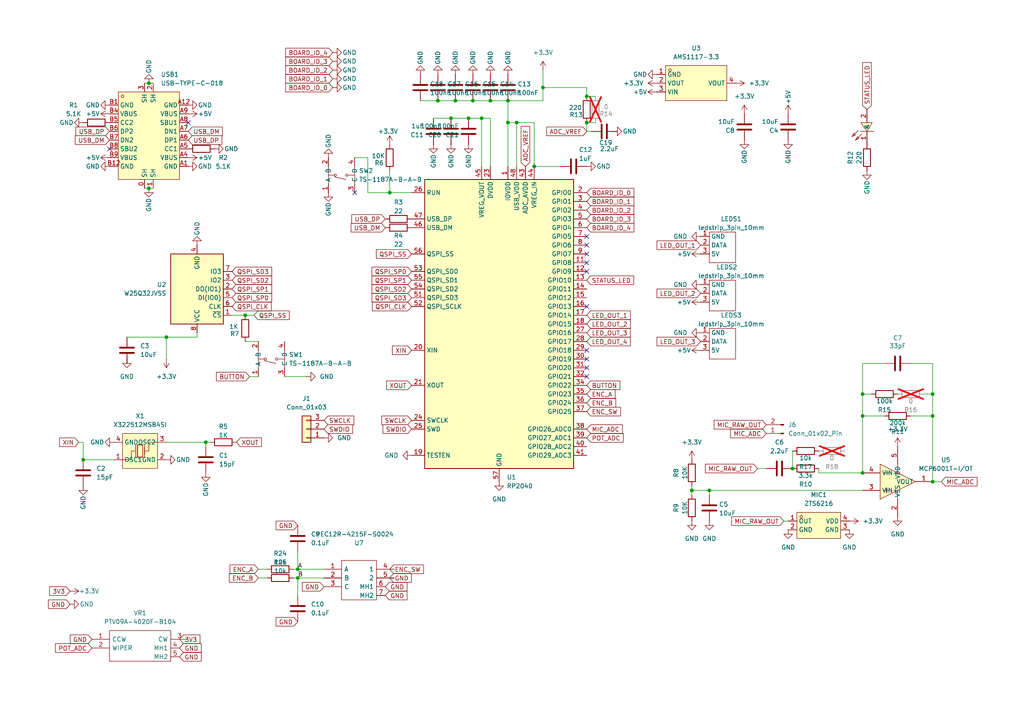
<source format=kicad_sch>
(kicad_sch (version 20231120) (generator "eeschema") (generator_version "8.0")
  (paper "A4")
  (junction (at 154.94 48.26))
  (junction (at 157.48 25.4))
  (junction (at 270.51 120.65))
  (junction (at 250.19 137.16))
  (junction (at 139.7 34.29))
  (junction (at 71.12 91.44))
  (junction (at 250.19 114.3))
  (junction (at 86.36 165.1))
  (junction (at 142.24 29.21))
  (junction (at 170.18 27.94))
  (junction (at 270.51 139.7))
  (junction (at 43.18 54.61))
  (junction (at 86.36 167.64))
  (junction (at 250.19 120.65))
  (junction (at 59.69 128.27))
  (junction (at 127 29.21))
  (junction (at 200.66 142.24))
  (junction (at 24.13 133.35))
  (junction (at 130.81 34.29))
  (junction (at 147.32 29.21))
  (junction (at 147.32 35.56))
  (junction (at 132.08 29.21))
  (junction (at 149.86 35.56))
  (junction (at 43.18 24.13))
  (junction (at 205.74 142.24))
  (junction (at 229.87 135.89))
  (junction (at 270.51 114.3))
  (junction (at 135.89 34.29))
  (junction (at 113.03 55.88))
  (junction (at 170.18 35.56))
  (junction (at 137.16 29.21))
  (junction (at 48.26 97.79))
  (no_connect (at 170.18 88.9))
  (no_connect (at 170.18 73.66))
  (no_connect (at 102.87 55.88))
  (no_connect (at 170.18 104.14))
  (no_connect (at 170.18 68.58))
  (no_connect (at 170.18 109.22))
  (no_connect (at 31.75 43.18))
  (no_connect (at 170.18 76.2))
  (no_connect (at 170.18 71.12))
  (no_connect (at 170.18 78.74))
  (no_connect (at 54.61 35.56))
  (no_connect (at 170.18 106.68))
  (no_connect (at 170.18 101.6))
  (wire (pts (xy 48.26 97.79) (xy 48.26 104.14)))
  (wire (pts (xy 170.18 35.56) (xy 170.18 38.1)))
  (wire (pts (xy 72.39 109.22) (xy 74.93 109.22)))
  (wire (pts (xy 85.09 167.64) (xy 86.36 167.64)))
  (wire (pts (xy 147.32 35.56) (xy 149.86 35.56)))
  (wire (pts (xy 74.93 99.06) (xy 71.12 99.06)))
  (wire (pts (xy 157.48 25.4) (xy 170.18 25.4)))
  (wire (pts (xy 219.71 135.89) (xy 222.25 135.89)))
  (wire (pts (xy 227.33 151.13) (xy 228.6 151.13)))
  (wire (pts (xy 41.91 54.61) (xy 43.18 54.61)))
  (wire (pts (xy 147.32 29.21) (xy 147.32 35.56)))
  (wire (pts (xy 85.09 165.1) (xy 86.36 165.1)))
  (wire (pts (xy 74.93 167.64) (xy 77.47 167.64)))
  (wire (pts (xy 41.91 24.13) (xy 43.18 24.13)))
  (wire (pts (xy 135.89 34.29) (xy 139.7 34.29)))
  (wire (pts (xy 264.16 120.65) (xy 270.51 120.65)))
  (wire (pts (xy 67.31 91.44) (xy 71.12 91.44)))
  (wire (pts (xy 149.86 35.56) (xy 149.86 48.26)))
  (wire (pts (xy 267.97 114.3) (xy 270.51 114.3)))
  (wire (pts (xy 127 29.21) (xy 132.08 29.21)))
  (wire (pts (xy 170.18 27.94) (xy 170.18 29.21)))
  (wire (pts (xy 250.19 105.41) (xy 256.54 105.41)))
  (wire (pts (xy 113.03 49.53) (xy 113.03 55.88)))
  (wire (pts (xy 250.19 137.16) (xy 250.19 120.65)))
  (wire (pts (xy 132.08 29.21) (xy 137.16 29.21)))
  (wire (pts (xy 43.18 54.61) (xy 44.45 54.61)))
  (wire (pts (xy 205.74 142.24) (xy 250.19 142.24)))
  (wire (pts (xy 205.74 142.24) (xy 205.74 143.51)))
  (wire (pts (xy 270.51 114.3) (xy 270.51 120.65)))
  (wire (pts (xy 170.18 27.94) (xy 172.72 27.94)))
  (wire (pts (xy 86.36 165.1) (xy 93.98 165.1)))
  (wire (pts (xy 86.36 167.64) (xy 86.36 172.72)))
  (wire (pts (xy 229.87 130.81) (xy 229.87 135.89)))
  (wire (pts (xy 82.55 109.22) (xy 88.9 109.22)))
  (wire (pts (xy 250.19 120.65) (xy 256.54 120.65)))
  (wire (pts (xy 102.87 45.72) (xy 106.68 45.72)))
  (wire (pts (xy 237.49 137.16) (xy 237.49 135.89)))
  (wire (pts (xy 171.45 38.1) (xy 170.18 38.1)))
  (wire (pts (xy 157.48 29.21) (xy 147.32 29.21)))
  (wire (pts (xy 250.19 114.3) (xy 250.19 105.41)))
  (wire (pts (xy 170.18 35.56) (xy 172.72 35.56)))
  (wire (pts (xy 162.56 48.26) (xy 154.94 48.26)))
  (wire (pts (xy 22.86 128.27) (xy 24.13 128.27)))
  (wire (pts (xy 250.19 137.16) (xy 237.49 137.16)))
  (wire (pts (xy 106.68 45.72) (xy 106.68 55.88)))
  (wire (pts (xy 250.19 120.65) (xy 250.19 114.3)))
  (wire (pts (xy 273.05 139.7) (xy 270.51 139.7)))
  (wire (pts (xy 36.83 97.79) (xy 48.26 97.79)))
  (wire (pts (xy 142.24 48.26) (xy 142.24 34.29)))
  (wire (pts (xy 24.13 128.27) (xy 24.13 133.35)))
  (wire (pts (xy 137.16 29.21) (xy 142.24 29.21)))
  (wire (pts (xy 149.86 35.56) (xy 154.94 35.56)))
  (wire (pts (xy 147.32 35.56) (xy 147.32 48.26)))
  (wire (pts (xy 270.51 120.65) (xy 270.51 139.7)))
  (wire (pts (xy 60.96 128.27) (xy 59.69 128.27)))
  (wire (pts (xy 113.03 55.88) (xy 119.38 55.88)))
  (wire (pts (xy 36.83 104.14) (xy 36.83 105.41)))
  (wire (pts (xy 113.03 165.1) (xy 114.3 165.1)))
  (wire (pts (xy 48.26 97.79) (xy 57.15 97.79)))
  (wire (pts (xy 113.03 167.64) (xy 114.3 167.64)))
  (wire (pts (xy 264.16 105.41) (xy 270.51 105.41)))
  (wire (pts (xy 270.51 105.41) (xy 270.51 114.3)))
  (wire (pts (xy 125.73 34.29) (xy 130.81 34.29)))
  (wire (pts (xy 86.36 167.64) (xy 93.98 167.64)))
  (wire (pts (xy 170.18 25.4) (xy 170.18 27.94)))
  (wire (pts (xy 130.81 34.29) (xy 135.89 34.29)))
  (wire (pts (xy 48.26 128.27) (xy 59.69 128.27)))
  (wire (pts (xy 200.66 140.97) (xy 200.66 142.24)))
  (wire (pts (xy 157.48 20.32) (xy 157.48 25.4)))
  (wire (pts (xy 74.93 165.1) (xy 77.47 165.1)))
  (wire (pts (xy 200.66 142.24) (xy 200.66 143.51)))
  (wire (pts (xy 86.36 160.02) (xy 86.36 165.1)))
  (wire (pts (xy 142.24 29.21) (xy 147.32 29.21)))
  (wire (pts (xy 179.07 38.1) (xy 177.8 38.1)))
  (wire (pts (xy 33.02 133.35) (xy 24.13 133.35)))
  (wire (pts (xy 106.68 55.88) (xy 113.03 55.88)))
  (wire (pts (xy 200.66 142.24) (xy 205.74 142.24)))
  (wire (pts (xy 71.12 91.44) (xy 73.66 91.44)))
  (wire (pts (xy 43.18 24.13) (xy 44.45 24.13)))
  (wire (pts (xy 52.07 185.42) (xy 54.61 185.42)))
  (wire (pts (xy 139.7 34.29) (xy 139.7 48.26)))
  (wire (pts (xy 250.19 114.3) (xy 252.73 114.3)))
  (wire (pts (xy 121.92 29.21) (xy 127 29.21)))
  (wire (pts (xy 157.48 25.4) (xy 157.48 29.21)))
  (wire (pts (xy 154.94 48.26) (xy 154.94 35.56)))
  (wire (pts (xy 142.24 34.29) (xy 139.7 34.29)))
  (wire (pts (xy 59.69 128.27) (xy 59.69 129.54)))
  (wire (pts (xy 57.15 97.79) (xy 57.15 96.52)))
  (label "B" (at 86.36 167.64 0))
  (label "A" (at 86.36 165.1 0))
  (global_label "MIC_ADC" (shape input) (at 222.25 125.73 180) (property "Intersheetrefs" "${INTERSHEET_REFS}" (effects (hide yes))))
  (global_label "QSPI_SD2" (shape input) (at 119.38 83.82 180) (property "Intersheetrefs" "${INTERSHEET_REFS}" (effects (hide yes))))
  (global_label "USB_DM" (shape input) (at 54.61 38.1 0) (property "Intersheetrefs" "${INTERSHEET_REFS}" (effects (hide yes))))
  (global_label "USB_DM" (shape input) (at 111.76 66.04 180) (property "Intersheetrefs" "${INTERSHEET_REFS}" (effects (hide yes))))
  (global_label "BOARD_ID_4" (shape input) (at 96.52 15.24 180) (property "Intersheetrefs" "${INTERSHEET_REFS}" (effects (hide yes))))
  (global_label "GND" (shape input) (at 52.07 190.5 0) (property "Intersheetrefs" "${INTERSHEET_REFS}" (effects (hide yes))))
  (global_label "LED_OUT_2" (shape input) (at 203.2 85.09 180) (property "Intersheetrefs" "${INTERSHEET_REFS}" (effects (hide yes))))
  (global_label "BOARD_ID_1" (shape input) (at 170.18 58.42 0) (property "Intersheetrefs" "${INTERSHEET_REFS}" (effects (hide yes))))
  (global_label "LED_OUT_3" (shape input) (at 170.18 96.52 0) (property "Intersheetrefs" "${INTERSHEET_REFS}" (effects (hide yes))))
  (global_label "ENC_A" (shape input) (at 74.93 165.1 180) (property "Intersheetrefs" "${INTERSHEET_REFS}" (effects (hide yes))))
  (global_label "BOARD_ID_0" (shape input) (at 170.18 55.88 0) (property "Intersheetrefs" "${INTERSHEET_REFS}" (effects (hide yes))))
  (global_label "QSPI_SS" (shape input) (at 73.66 91.44 0) (property "Intersheetrefs" "${INTERSHEET_REFS}" (effects (hide yes))))
  (global_label "BOARD_ID_2" (shape input) (at 96.52 20.32 180) (property "Intersheetrefs" "${INTERSHEET_REFS}" (effects (hide yes))))
  (global_label "MIC_ADC" (shape input) (at 170.18 124.46 0) (property "Intersheetrefs" "${INTERSHEET_REFS}" (effects (hide yes))))
  (global_label "LED_OUT_4" (shape input) (at 170.18 99.06 0) (property "Intersheetrefs" "${INTERSHEET_REFS}" (effects (hide yes))))
  (global_label "MIC_RAW_OUT" (shape input) (at 227.33 151.13 180) (property "Intersheetrefs" "${INTERSHEET_REFS}" (effects (hide yes))))
  (global_label "USB_DP" (shape input) (at 31.75 38.1 180) (property "Intersheetrefs" "${INTERSHEET_REFS}" (effects (hide yes))))
  (global_label "ADC_VREF" (shape input) (at 152.4 48.26 90) (property "Intersheetrefs" "${INTERSHEET_REFS}" (effects (hide yes))))
  (global_label "ENC_B" (shape input) (at 74.93 167.64 180) (property "Intersheetrefs" "${INTERSHEET_REFS}" (effects (hide yes))))
  (global_label "LED_OUT_1" (shape input) (at 170.18 91.44 0) (property "Intersheetrefs" "${INTERSHEET_REFS}" (effects (hide yes))))
  (global_label "QSPI_SS" (shape input) (at 119.38 73.66 180) (property "Intersheetrefs" "${INTERSHEET_REFS}" (effects (hide yes))))
  (global_label "XIN" (shape input) (at 22.86 128.27 180) (property "Intersheetrefs" "${INTERSHEET_REFS}" (effects (hide yes))))
  (global_label "SWCLK" (shape input) (at 119.38 121.92 180) (property "Intersheetrefs" "${INTERSHEET_REFS}" (effects (hide yes))))
  (global_label "BOARD_ID_2" (shape input) (at 170.18 60.96 0) (property "Intersheetrefs" "${INTERSHEET_REFS}" (effects (hide yes))))
  (global_label "QSPI_SP1" (shape input) (at 67.31 83.82 0) (property "Intersheetrefs" "${INTERSHEET_REFS}" (effects (hide yes))))
  (global_label "MIC_RAW_OUT" (shape input) (at 219.71 135.89 180) (property "Intersheetrefs" "${INTERSHEET_REFS}" (effects (hide yes))))
  (global_label "ENC_SW" (shape input) (at 170.18 119.38 0) (property "Intersheetrefs" "${INTERSHEET_REFS}" (effects (hide yes))))
  (global_label "LED_OUT_3" (shape input) (at 203.2 99.06 180) (property "Intersheetrefs" "${INTERSHEET_REFS}" (effects (hide yes))))
  (global_label "USB_DM" (shape input) (at 31.75 40.64 180) (property "Intersheetrefs" "${INTERSHEET_REFS}" (effects (hide yes))))
  (global_label "GND" (shape input) (at 111.76 172.72 0) (property "Intersheetrefs" "${INTERSHEET_REFS}" (effects (hide yes))))
  (global_label "QSPI_SP1" (shape input) (at 119.38 81.28 180) (property "Intersheetrefs" "${INTERSHEET_REFS}" (effects (hide yes))))
  (global_label "GND" (shape input) (at 52.07 187.96 0) (property "Intersheetrefs" "${INTERSHEET_REFS}" (effects (hide yes))))
  (global_label "MIC_ADC" (shape input) (at 273.05 139.7 0) (property "Intersheetrefs" "${INTERSHEET_REFS}" (effects (hide yes))))
  (global_label "QSPI_CLK" (shape input) (at 67.31 88.9 0) (property "Intersheetrefs" "${INTERSHEET_REFS}" (effects (hide yes))))
  (global_label "ENC_B" (shape input) (at 170.18 116.84 0) (property "Intersheetrefs" "${INTERSHEET_REFS}" (effects (hide yes))))
  (global_label "BOARD_ID_1" (shape input) (at 96.52 22.86 180) (property "Intersheetrefs" "${INTERSHEET_REFS}" (effects (hide yes))))
  (global_label "GND" (shape input) (at 86.36 180.34 180) (property "Intersheetrefs" "${INTERSHEET_REFS}" (effects (hide yes))))
  (global_label "XOUT" (shape input) (at 119.38 111.76 180) (property "Intersheetrefs" "${INTERSHEET_REFS}" (effects (hide yes))))
  (global_label "BOARD_ID_4" (shape input) (at 170.18 66.04 0) (property "Intersheetrefs" "${INTERSHEET_REFS}" (effects (hide yes))))
  (global_label "QSPI_SP0" (shape input) (at 67.31 86.36 0) (property "Intersheetrefs" "${INTERSHEET_REFS}" (effects (hide yes))))
  (global_label "3V3" (shape input) (at 52.07 185.42 0) (property "Intersheetrefs" "${INTERSHEET_REFS}" (effects (hide yes))))
  (global_label "GND" (shape input) (at 20.32 175.26 180) (property "Intersheetrefs" "${INTERSHEET_REFS}" (effects (hide yes))))
  (global_label "BOARD_ID_3" (shape input) (at 96.52 17.78 180) (property "Intersheetrefs" "${INTERSHEET_REFS}" (effects (hide yes))))
  (global_label "USB_DP" (shape input) (at 111.76 63.5 180) (property "Intersheetrefs" "${INTERSHEET_REFS}" (effects (hide yes))))
  (global_label "GND" (shape input) (at 93.98 170.18 180) (property "Intersheetrefs" "${INTERSHEET_REFS}" (effects (hide yes))))
  (global_label "SWDIO" (shape input) (at 119.38 124.46 180) (property "Intersheetrefs" "${INTERSHEET_REFS}" (effects (hide yes))))
  (global_label "ADC_VREF" (shape input) (at 170.18 38.1 180) (property "Intersheetrefs" "${INTERSHEET_REFS}" (effects (hide yes))))
  (global_label "SWCLK" (shape input) (at 93.98 121.92 0) (property "Intersheetrefs" "${INTERSHEET_REFS}" (effects (hide yes))))
  (global_label "BUTTON" (shape input) (at 170.18 111.76 0) (property "Intersheetrefs" "${INTERSHEET_REFS}" (effects (hide yes))))
  (global_label "SWDIO" (shape input) (at 93.98 124.46 0) (property "Intersheetrefs" "${INTERSHEET_REFS}" (effects (hide yes))))
  (global_label "XIN" (shape input) (at 119.38 101.6 180) (property "Intersheetrefs" "${INTERSHEET_REFS}" (effects (hide yes))))
  (global_label "STATUS_LED" (shape input) (at 251.46 31.75 90) (property "Intersheetrefs" "${INTERSHEET_REFS}" (effects (hide yes))))
  (global_label "BOARD_ID_3" (shape input) (at 170.18 63.5 0) (property "Intersheetrefs" "${INTERSHEET_REFS}" (effects (hide yes))))
  (global_label "XOUT" (shape input) (at 68.58 128.27 0) (property "Intersheetrefs" "${INTERSHEET_REFS}" (effects (hide yes))))
  (global_label "STATUS_LED" (shape input) (at 170.18 81.28 0) (property "Intersheetrefs" "${INTERSHEET_REFS}" (effects (hide yes))))
  (global_label "POT_ADC" (shape input) (at 170.18 127 0) (property "Intersheetrefs" "${INTERSHEET_REFS}" (effects (hide yes))))
  (global_label "GND" (shape input) (at 26.67 185.42 180) (property "Intersheetrefs" "${INTERSHEET_REFS}" (effects (hide yes))))
  (global_label "MIC_RAW_OUT" (shape input) (at 222.25 123.19 180) (property "Intersheetrefs" "${INTERSHEET_REFS}" (effects (hide yes))))
  (global_label "3V3" (shape input) (at 20.32 171.45 180) (property "Intersheetrefs" "${INTERSHEET_REFS}" (effects (hide yes))))
  (global_label "LED_OUT_2" (shape input) (at 170.18 93.98 0) (property "Intersheetrefs" "${INTERSHEET_REFS}" (effects (hide yes))))
  (global_label "GND" (shape input) (at 86.36 152.4 180) (property "Intersheetrefs" "${INTERSHEET_REFS}" (effects (hide yes))))
  (global_label "QSPI_SD3" (shape input) (at 119.38 86.36 180) (property "Intersheetrefs" "${INTERSHEET_REFS}" (effects (hide yes))))
  (global_label "LED_OUT_1" (shape input) (at 203.2 71.12 180) (property "Intersheetrefs" "${INTERSHEET_REFS}" (effects (hide yes))))
  (global_label "QSPI_SD3" (shape input) (at 67.31 78.74 0) (property "Intersheetrefs" "${INTERSHEET_REFS}" (effects (hide yes))))
  (global_label "POT_ADC" (shape input) (at 26.67 187.96 180) (property "Intersheetrefs" "${INTERSHEET_REFS}" (effects (hide yes))))
  (global_label "QSPI_SP0" (shape input) (at 119.38 78.74 180) (property "Intersheetrefs" "${INTERSHEET_REFS}" (effects (hide yes))))
  (global_label "USB_DP" (shape input) (at 54.61 40.64 0) (property "Intersheetrefs" "${INTERSHEET_REFS}" (effects (hide yes))))
  (global_label "BUTTON" (shape input) (at 72.39 109.22 180) (property "Intersheetrefs" "${INTERSHEET_REFS}" (effects (hide yes))))
  (global_label "BOARD_ID_0" (shape input) (at 96.52 25.4 180) (property "Intersheetrefs" "${INTERSHEET_REFS}" (effects (hide yes))))
  (global_label "ENC_SW" (shape input) (at 113.03 165.1 0) (property "Intersheetrefs" "${INTERSHEET_REFS}" (effects (hide yes))))
  (global_label "QSPI_SD2" (shape input) (at 67.31 81.28 0) (property "Intersheetrefs" "${INTERSHEET_REFS}" (effects (hide yes))))
  (global_label "GND" (shape input) (at 111.76 170.18 0) (property "Intersheetrefs" "${INTERSHEET_REFS}" (effects (hide yes))))
  (global_label "QSPI_CLK" (shape input) (at 119.38 88.9 180) (property "Intersheetrefs" "${INTERSHEET_REFS}" (effects (hide yes))))
  (global_label "ENC_A" (shape input) (at 170.18 114.3 0) (property "Intersheetrefs" "${INTERSHEET_REFS}" (effects (hide yes))))
  (global_label "GND" (shape input) (at 113.03 167.64 0) (property "Intersheetrefs" "${INTERSHEET_REFS}" (effects (hide yes))))
  (symbol (lib_id "power:GND") (at 147.32 21.59 180) (unit 1)
    (property "Reference" "#PWR070" (effects (hide yes)))
    (property "Value" "GND" (at 147.32 18.796 90) (effects (justify right)))
    (property "Description" "Power symbol creates a global label with name \"GND\" , ground" (effects (hide yes)))
  )
  (symbol (lib_id "easyeda2kicad:USB-TYPE-C-018") (at 43.18 39.37 0) (unit 1)
    (property "Reference" "USB1" (at 46.6441 21.59 0) (effects (justify left)))
    (property "Value" "USB-TYPE-C-018" (at 46.6441 24.13 0) (effects (justify left)))
    (property "Footprint" "easyeda2kicad:USB-C_SMD-TYPE-C-31-M-12" (effects (hide yes)))
    (property "LCSC Part" "C2927038" (effects (hide yes)))
  )
  (symbol (lib_id "power:+3.3V") (at 200.66 133.35 0) (unit 1)
    (property "Reference" "#PWR029" (effects (hide yes)))
    (property "Value" "+3.3V" (at 200.66 128.27 0))
    (property "Description" "Power symbol creates a global label with name \"+3.3V\"" (effects (hide yes)))
  )
  (symbol (lib_name "ledstrip_3pin_10mm_1") (lib_id "kylarLEDs:ledstrip_3pin_10mm") (at 205.74 67.31 0) (unit 1)
    (property "Reference" "LEDS1" (at 212.09 63.5 0))
    (property "Value" "ledstrip_3pin_10mm" (at 212.09 66.04 0))
    (property "Footprint" "mouser:ledstrip_3pin_withpins" (effects (hide yes)))
  )
  (symbol (lib_id "Device:R") (at 170.18 31.75 0) (unit 1)
    (property "Reference" "R13" (at 167.132 33.274 0))
    (property "Value" "220" (at 166.878 31.242 0))
    (property "Footprint" "Resistor_SMD:R_0402_1005Metric" (effects (hide yes)))
    (property "Description" "Resistor" (effects (hide yes)))
  )
  (symbol (lib_id "power:GND") (at 205.74 151.13 0) (unit 1)
    (property "Reference" "#PWR031" (effects (hide yes)))
    (property "Value" "GND" (at 205.74 156.21 0))
    (property "Description" "Power symbol creates a global label with name \"GND\" , ground" (effects (hide yes)))
  )
  (symbol (lib_id "power:GND") (at 228.6 153.67 0) (unit 1)
    (property "Reference" "#PWR024" (effects (hide yes)))
    (property "Value" "GND" (at 228.6 158.75 0))
    (property "Description" "Power symbol creates a global label with name \"GND\" , ground" (effects (hide yes)))
  )
  (symbol (lib_id "power:GND") (at 132.08 21.59 180) (unit 1)
    (property "Reference" "#PWR073" (effects (hide yes)))
    (property "Value" "GND" (at 132.08 18.796 90) (effects (justify right)))
    (property "Description" "Power symbol creates a global label with name \"GND\" , ground" (effects (hide yes)))
  )
  (symbol (lib_id "Device:C") (at 132.08 25.4 180) (unit 1)
    (property "Reference" "C16" (at 134.874 24.384 0) (effects (justify right)))
    (property "Value" "100nF" (at 134.874 26.924 0) (effects (justify right)))
    (property "Footprint" "Capacitor_SMD:C_0402_1005Metric" (effects (hide yes)))
    (property "Description" "Unpolarized capacitor" (effects (hide yes)))
  )
  (symbol (lib_id "power:+3.3V") (at 20.32 171.45 270) (unit 1)
    (property "Reference" "#PWR068" (effects (hide yes)))
    (property "Value" "+3.3V" (at 22.86 171.45 90) (effects (justify left)))
    (property "Description" "Power symbol creates a global label with name \"+3.3V\"" (effects (hide yes)))
  )
  (symbol (lib_id "power:GND") (at 31.75 30.48 270) (unit 1)
    (property "Reference" "#PWR04" (effects (hide yes)))
    (property "Value" "GND" (at 28.956 30.48 90) (effects (justify right)))
    (property "Description" "Power symbol creates a global label with name \"GND\" , ground" (effects (hide yes)))
  )
  (symbol (lib_id "power:GND") (at 95.25 45.72 180) (unit 1)
    (property "Reference" "#PWR044" (effects (hide yes)))
    (property "Value" "GND" (at 95.25 42.926 90) (effects (justify right)))
    (property "Description" "Power symbol creates a global label with name \"GND\" , ground" (effects (hide yes)))
  )
  (symbol (lib_id "power:+3.3V") (at 157.48 20.32 0) (unit 1)
    (property "Reference" "#PWR069" (effects (hide yes)))
    (property "Value" "+3.3V" (at 157.48 15.24 0))
    (property "Description" "Power symbol creates a global label with name \"+3.3V\"" (effects (hide yes)))
  )
  (symbol (lib_id "power:GND") (at 246.38 153.67 0) (unit 1)
    (property "Reference" "#PWR025" (effects (hide yes)))
    (property "Value" "GND" (at 246.38 158.75 0))
    (property "Description" "Power symbol creates a global label with name \"GND\" , ground" (effects (hide yes)))
  )
  (symbol (lib_id "power:+3.3V") (at 213.36 24.13 270) (unit 1)
    (property "Reference" "#PWR032" (effects (hide yes)))
    (property "Value" "+3.3V" (at 217.17 24.1299 90) (effects (justify left)))
    (property "Description" "Power symbol creates a global label with name \"+3.3V\"" (effects (hide yes)))
  )
  (symbol (lib_id "Device:C") (at 86.36 156.21 180) (unit 1)
    (property "Reference" "C9" (at 90.17 154.9399 0) (effects (justify right)))
    (property "Value" "0.1uF" (at 90.17 157.4799 0) (effects (justify right)))
    (property "Footprint" "Capacitor_SMD:C_0402_1005Metric" (effects (hide yes)))
    (property "Description" "Unpolarized capacitor" (effects (hide yes)))
  )
  (symbol (lib_id "power:+3.3V") (at 260.35 129.54 0) (unit 1)
    (property "Reference" "#PWR028" (effects (hide yes)))
    (property "Value" "+3.3V" (at 260.35 124.46 0))
    (property "Description" "Power symbol creates a global label with name \"+3.3V\"" (effects (hide yes)))
  )
  (symbol (lib_name "ledstrip_3pin_10mm_1") (lib_id "kylarLEDs:ledstrip_3pin_10mm") (at 205.74 81.28 0) (unit 1)
    (property "Reference" "LEDS2" (at 210.82 77.47 0))
    (property "Value" "ledstrip_3pin_10mm" (at 212.09 80.01 0))
    (property "Footprint" "mouser:ledstrip_3pin_withpins" (effects (hide yes)))
  )
  (symbol (lib_id "power:GND") (at 96.52 15.24 90) (unit 1)
    (property "Reference" "#PWR062" (effects (hide yes)))
    (property "Value" "GND" (at 99.314 15.24 90) (effects (justify right)))
    (property "Description" "Power symbol creates a global label with name \"GND\" , ground" (effects (hide yes)))
  )
  (symbol (lib_id "Device:C") (at 215.9 36.83 0) (unit 1)
    (property "Reference" "C8" (at 213.106 37.846 0) (effects (justify right)))
    (property "Value" "10uF" (at 213.106 35.306 0) (effects (justify right)))
    (property "Footprint" "Capacitor_SMD:C_0402_1005Metric" (effects (hide yes)))
    (property "Description" "Unpolarized capacitor" (effects (hide yes)))
  )
  (symbol (lib_id "easyeda2kicad:ZTS6216") (at 237.49 152.4 0) (unit 1)
    (property "Reference" "MIC1" (at 237.49 143.51 0))
    (property "Value" "ZTS6216" (at 237.49 146.05 0))
    (property "Footprint" "easyeda2kicad:MIC-SMD_4P-L2.8-W1.9-P1.84-TL" (effects (hide yes)))
    (property "Datasheet" "https://lcsc.com/product-detail/New-Arrivals_ZILLTEK-ZTS6216_C481302.html" (effects (hide yes)))
    (property "LCSC Part" "C481302" (effects (hide yes)))
  )
  (symbol (lib_id "power:+5V") (at 54.61 33.02 270) (unit 1)
    (property "Reference" "#PWR08" (effects (hide yes)))
    (property "Value" "+5V" (at 57.404 33.02 90) (effects (justify left)))
    (property "Description" "Power symbol creates a global label with name \"+5V\"" (effects (hide yes)))
  )
  (symbol (lib_id "power:GND") (at 59.69 137.16 0) (unit 1)
    (property "Reference" "#PWR018" (effects (hide yes)))
    (property "Value" "GND" (at 59.69 139.954 90) (effects (justify right)))
    (property "Description" "Power symbol creates a global label with name \"GND\" , ground" (effects (hide yes)))
  )
  (symbol (lib_id "power:+5V") (at 203.2 101.6 90) (unit 1)
    (property "Reference" "#PWR059" (effects (hide yes)))
    (property "Value" "+5V" (at 200.406 101.6 90) (effects (justify left)))
    (property "Description" "Power symbol creates a global label with name \"+5V\"" (effects (hide yes)))
  )
  (symbol (lib_id "power:+5V") (at 190.5 26.67 90) (unit 1)
    (property "Reference" "#PWR039" (effects (hide yes)))
    (property "Value" "+5V" (at 187.706 26.67 90) (effects (justify left)))
    (property "Description" "Power symbol creates a global label with name \"+5V\"" (effects (hide yes)))
  )
  (symbol (lib_id "power:+5V") (at 228.6 33.02 0) (unit 1)
    (property "Reference" "#PWR035" (effects (hide yes)))
    (property "Value" "+5V" (at 228.6 30.226 90) (effects (justify left)))
    (property "Description" "Power symbol creates a global label with name \"+5V\"" (effects (hide yes)))
  )
  (symbol (lib_id "Device:R") (at 241.3 130.81 270) (unit 1) (dnp yes)
    (property "Reference" "R18" (at 241.3 135.382 90))
    (property "Value" "0" (at 241.3 132.842 90))
    (property "Footprint" "Resistor_SMD:R_0402_1005Metric" (effects (hide yes)))
    (property "Description" "Resistor" (effects (hide yes)))
  )
  (symbol (lib_id "power:GND") (at 54.61 30.48 90) (unit 1)
    (property "Reference" "#PWR02" (effects (hide yes)))
    (property "Value" "GND" (at 57.404 30.48 90) (effects (justify right)))
    (property "Description" "Power symbol creates a global label with name \"GND\" , ground" (effects (hide yes)))
  )
  (symbol (lib_id "Device:C") (at 59.69 133.35 180) (unit 1)
    (property "Reference" "C1" (at 63.5 132.0799 0) (effects (justify right)))
    (property "Value" "15pF" (at 63.5 134.6199 0) (effects (justify right)))
    (property "Footprint" "Capacitor_SMD:C_0402_1005Metric" (effects (hide yes)))
    (property "Description" "Unpolarized capacitor" (effects (hide yes)))
  )
  (symbol (lib_id "power:GND") (at 121.92 21.59 180) (unit 1)
    (property "Reference" "#PWR075" (effects (hide yes)))
    (property "Value" "GND" (at 121.92 18.796 90) (effects (justify right)))
    (property "Description" "Power symbol creates a global label with name \"GND\" , ground" (effects (hide yes)))
  )
  (symbol (lib_id "MCU_RaspberryPi:RP2040") (at 144.78 93.98 0) (unit 1)
    (property "Reference" "U1" (at 146.9741 138.43 0) (effects (justify left)))
    (property "Value" "RP2040" (at 146.9741 140.97 0) (effects (justify left)))
    (property "Footprint" "Package_DFN_QFN:QFN-56-1EP_7x7mm_P0.4mm_EP3.2x3.2mm" (effects (hide yes)))
    (property "Datasheet" "https://datasheets.raspberrypi.com/rp2040/rp2040-datasheet.pdf" (effects (hide yes)))
    (property "Description" "A microcontroller by Raspberry Pi" (effects (hide yes)))
  )
  (symbol (lib_id "Device:R") (at 264.16 114.3 270) (unit 1) (dnp yes)
    (property "Reference" "R16" (at 264.16 118.872 90))
    (property "Value" "0" (at 264.16 116.332 90))
    (property "Footprint" "Resistor_SMD:R_0402_1005Metric" (effects (hide yes)))
    (property "Description" "Resistor" (effects (hide yes)))
  )
  (symbol (lib_id "Device:C") (at 121.92 25.4 180) (unit 1)
    (property "Reference" "C18" (at 124.714 24.384 0) (effects (justify right)))
    (property "Value" "100nF" (at 124.714 26.924 0) (effects (justify right)))
    (property "Footprint" "Capacitor_SMD:C_0402_1005Metric" (effects (hide yes)))
    (property "Description" "Unpolarized capacitor" (effects (hide yes)))
  )
  (symbol (lib_id "Device:R") (at 113.03 45.72 0) (unit 1)
    (property "Reference" "R6" (at 109.982 47.244 0))
    (property "Value" "10K" (at 109.728 45.212 0))
    (property "Footprint" "Resistor_SMD:R_0402_1005Metric" (effects (hide yes)))
    (property "Description" "Resistor" (effects (hide yes)))
  )
  (symbol (lib_id "power:GND") (at 57.15 71.12 180) (unit 1)
    (property "Reference" "#PWR019" (effects (hide yes)))
    (property "Value" "GND" (at 57.15 68.326 90) (effects (justify right)))
    (property "Description" "Power symbol creates a global label with name \"GND\" , ground" (effects (hide yes)))
  )
  (symbol (lib_id "Device:R") (at 172.72 31.75 0) (unit 1) (dnp yes)
    (property "Reference" "R14" (at 175.768 33.02 0))
    (property "Value" "0" (at 175.768 30.988 0))
    (property "Footprint" "Resistor_SMD:R_0402_1005Metric" (effects (hide yes)))
    (property "Description" "Resistor" (effects (hide yes)))
  )
  (symbol (lib_id "Device:C") (at 86.36 176.53 180) (unit 1)
    (property "Reference" "C10" (at 90.17 175.2599 0) (effects (justify right)))
    (property "Value" "0.1uF" (at 90.17 177.7999 0) (effects (justify right)))
    (property "Footprint" "Capacitor_SMD:C_0402_1005Metric" (effects (hide yes)))
    (property "Description" "Unpolarized capacitor" (effects (hide yes)))
  )
  (symbol (lib_id "power:GND") (at 54.61 48.26 90) (unit 1)
    (property "Reference" "#PWR05" (effects (hide yes)))
    (property "Value" "GND" (at 57.404 48.26 90) (effects (justify right)))
    (property "Description" "Power symbol creates a global label with name \"GND\" , ground" (effects (hide yes)))
  )
  (symbol (lib_id "power:+5V") (at 54.61 45.72 270) (unit 1)
    (property "Reference" "#PWR010" (effects (hide yes)))
    (property "Value" "+5V" (at 57.404 45.72 90) (effects (justify left)))
    (property "Description" "Power symbol creates a global label with name \"+5V\"" (effects (hide yes)))
  )
  (symbol (lib_id "SamacSys_Parts:PTV09A-4020F-B104") (at 26.67 185.42 0) (unit 1)
    (property "Reference" "VR1" (at 40.64 177.8 0))
    (property "Value" "PTV09A-4020F-B104" (at 40.64 180.34 0))
    (property "Footprint" "mouser:PTV09A4020FB103" (effects (hide yes)))
    (property "Description" "Bourns PTV09A-4020F-B104 1 Gang Rotary Carbon Potentiometer with a 6 mm Dia. Shaft, 100k, +/-20%, 0.05W, Linear" (effects (hide yes)))
    (property "Mouser Part Number" "652-PTV09A-4020FB104" (effects (hide yes)))
    (property "Mouser Price/Stock" "https://www.mouser.co.uk/ProductDetail/Bourns/PTV09A-4020F-B104?qs=Qzws7J6gxqwTQanrz88HwA%3D%3D" (effects (hide yes)))
    (property "Manufacturer_Name" "Bourns" (effects (hide yes)))
    (property "Manufacturer_Part_Number" "PTV09A-4020F-B104" (effects (hide yes)))
  )
  (symbol (lib_id "Device:R") (at 256.54 114.3 270) (unit 1)
    (property "Reference" "R15" (at 256.54 118.872 90))
    (property "Value" "100k" (at 256.54 116.332 90))
    (property "Footprint" "Resistor_SMD:R_0402_1005Metric" (effects (hide yes)))
    (property "Description" "Resistor" (effects (hide yes)))
  )
  (symbol (lib_id "Device:R") (at 233.68 130.81 270) (unit 1)
    (property "Reference" "R17" (at 233.68 135.382 90))
    (property "Value" "10k" (at 233.68 132.842 90))
    (property "Footprint" "Resistor_SMD:R_0402_1005Metric" (effects (hide yes)))
    (property "Description" "Resistor" (effects (hide yes)))
  )
  (symbol (lib_id "power:GND") (at 48.26 133.35 90) (unit 1)
    (property "Reference" "#PWR016" (effects (hide yes)))
    (property "Value" "GND" (at 51.054 133.35 90) (effects (justify right)))
    (property "Description" "Power symbol creates a global label with name \"GND\" , ground" (effects (hide yes)))
  )
  (symbol (lib_id "Connector_Generic:Conn_01x03") (at 88.9 124.46 180) (unit 1)
    (property "Reference" "J1" (at 88.9 115.57 0))
    (property "Value" "Conn_01x03" (at 88.9 118.11 0))
    (property "Footprint" "Connector_PinHeader_2.54mm:PinHeader_1x03_P2.54mm_Vertical" (effects (hide yes)))
    (property "Description" "Generic connector, single row, 01x03, script generated (kicad-library-utils/schlib/autogen/connector/)" (effects (hide yes)))
  )
  (symbol (lib_id "power:GND") (at 62.23 43.18 90) (unit 1)
    (property "Reference" "#PWR012" (effects (hide yes)))
    (property "Value" "GND" (at 65.024 43.18 90) (effects (justify right)))
    (property "Description" "Power symbol creates a global label with name \"GND\" , ground" (effects (hide yes)))
  )
  (symbol (lib_id "power:+3.3V") (at 246.38 151.13 270) (unit 1)
    (property "Reference" "#PWR026" (effects (hide yes)))
    (property "Value" "+3.3V" (at 250.19 151.1299 90) (effects (justify left)))
    (property "Description" "Power symbol creates a global label with name \"+3.3V\"" (effects (hide yes)))
  )
  (symbol (lib_id "easyeda2kicad:KT-0603R") (at 251.46 36.83 90) (unit 1)
    (property "Reference" "LED1" (effects (hide yes)))
    (property "Value" "KT-0603R" (effects (hide yes)))
    (property "Footprint" "easyeda2kicad:LED0603-RD" (effects (hide yes)))
    (property "Datasheet" "https://lcsc.com/product-detail/Light-Emitting-Diodes-LED_Red-LED-0603_C2286.html" (effects (hide yes)))
    (property "LCSC Part" "C2286" (effects (hide yes)))
  )
  (symbol (lib_id "Device:C") (at 147.32 25.4 180) (unit 1)
    (property "Reference" "C13" (at 150.114 24.384 0) (effects (justify right)))
    (property "Value" "100nF" (at 150.114 26.924 0) (effects (justify right)))
    (property "Footprint" "Capacitor_SMD:C_0402_1005Metric" (effects (hide yes)))
    (property "Description" "Unpolarized capacitor" (effects (hide yes)))
  )
  (symbol (lib_id "power:GND") (at 228.6 40.64 0) (unit 1)
    (property "Reference" "#PWR036" (effects (hide yes)))
    (property "Value" "GND" (at 228.6 43.434 90) (effects (justify right)))
    (property "Description" "Power symbol creates a global label with name \"GND\" , ground" (effects (hide yes)))
  )
  (symbol (lib_id "easyeda2kicad:MCP6001T-I_OT") (at 260.35 139.7 0) (unit 1)
    (property "Reference" "U5" (at 274.32 133.3814 0))
    (property "Value" "MCP6001T-I/OT" (at 274.32 135.9214 0))
    (property "Footprint" "easyeda2kicad:SOT-23-5_L3.0-W1.7-P0.95-LS2.8-BR" (effects (hide yes)))
    (property "Datasheet" "https://lcsc.com/product-detail/Low-Power-OpAmps_MICROCHIP_MCP6001T-I-OT_MCP6001T-I-OT_C116490.html" (effects (hide yes)))
    (property "LCSC Part" "C116490" (effects (hide yes)))
  )
  (symbol (lib_id "power:GND") (at 251.46 49.53 0) (unit 1)
    (property "Reference" "#PWR040" (effects (hide yes)))
    (property "Value" "GND" (at 251.46 52.324 90) (effects (justify right)))
    (property "Description" "Power symbol creates a global label with name \"GND\" , ground" (effects (hide yes)))
  )
  (symbol (lib_id "Device:R") (at 200.66 147.32 180) (unit 1)
    (property "Reference" "R9" (at 196.088 147.32 90))
    (property "Value" "10K" (at 198.628 147.32 90))
    (property "Footprint" "Resistor_SMD:R_0402_1005Metric" (effects (hide yes)))
    (property "Description" "Resistor" (effects (hide yes)))
  )
  (symbol (lib_id "power:GND") (at 142.24 21.59 180) (unit 1)
    (property "Reference" "#PWR071" (effects (hide yes)))
    (property "Value" "GND" (at 142.24 18.796 90) (effects (justify right)))
    (property "Description" "Power symbol creates a global label with name \"GND\" , ground" (effects (hide yes)))
  )
  (symbol (lib_id "Device:C") (at 226.06 135.89 90) (unit 1)
    (property "Reference" "C6" (at 226.06 128.27 90))
    (property "Value" "2.2uF" (at 226.06 130.81 90))
    (property "Footprint" "Capacitor_SMD:C_0402_1005Metric" (effects (hide yes)))
    (property "Description" "Unpolarized capacitor" (effects (hide yes)))
  )
  (symbol (lib_id "power:GND") (at 93.98 127 90) (unit 1)
    (property "Reference" "#PWR052" (effects (hide yes)))
    (property "Value" "GND" (at 97.79 126.9999 90) (effects (justify right)))
    (property "Description" "Power symbol creates a global label with name \"GND\" , ground" (effects (hide yes)))
  )
  (symbol (lib_id "Device:C") (at 142.24 25.4 180) (unit 1)
    (property "Reference" "C14" (at 145.034 24.384 0) (effects (justify right)))
    (property "Value" "100nF" (at 145.034 26.924 0) (effects (justify right)))
    (property "Footprint" "Capacitor_SMD:C_0402_1005Metric" (effects (hide yes)))
    (property "Description" "Unpolarized capacitor" (effects (hide yes)))
  )
  (symbol (lib_id "easyeda2kicad:TS-1187A-B-A-B") (at 97.79 50.8 90) (unit 1)
    (property "Reference" "SW2" (at 104.14 49.5299 90) (effects (justify right)))
    (property "Value" "TS-1187A-B-A-B" (at 104.14 52.0699 90) (effects (justify right)))
    (property "Footprint" "easyeda2kicad:SW-SMD_4P-L5.1-W5.1-P3.70-LS6.5-TL-2" (effects (hide yes)))
    (property "Datasheet" "https://lcsc.com/product-detail/Tactile-Switches_XKB-Enterprise-TS-1187-B-A-A_C318884.html" (effects (hide yes)))
    (property "LCSC Part" "C318884" (effects (hide yes)))
  )
  (symbol (lib_id "power:GND") (at 127 21.59 180) (unit 1)
    (property "Reference" "#PWR074" (effects (hide yes)))
    (property "Value" "GND" (at 127 18.796 90) (effects (justify right)))
    (property "Description" "Power symbol creates a global label with name \"GND\" , ground" (effects (hide yes)))
  )
  (symbol (lib_id "SamacSys_Parts:PEC12R-4215F-S0024") (at 93.98 165.1 0) (unit 1)
    (property "Reference" "U7" (at 104.14 157.48 0))
    (property "Value" "PEC12R-4215F-S0024" (at 102.87 154.94 0))
    (property "Footprint" "mouser:PEC12R-4XXXF-SXXXX_court" (effects (hide yes)))
    (property "Datasheet" "https://datasheet.datasheetarchive.com/originals/distributors/DKDS-12/224890.pdf" (effects (hide yes)))
    (property "Description" "Encoders HORZ 24DET 24PULSE 15mm SHAFT SPST SW" (effects (hide yes)))
    (property "Mouser Part Number" "652-PEC12R-4215F-S24" (effects (hide yes)))
    (property "Mouser Price/Stock" "https://www.mouser.co.uk/ProductDetail/Bourns/PEC12R-4215F-S0024?qs=pxDZlBjcsCiq%252B%252BLwoVCNNg%3D%3D" (effects (hide yes)))
    (property "Manufacturer_Name" "Bourns" (effects (hide yes)))
    (property "Manufacturer_Part_Number" "PEC12R-4215F-S0024" (effects (hide yes)))
  )
  (symbol (lib_id "power:GND") (at 144.78 139.7 0) (unit 1)
    (property "Reference" "#PWR01" (effects (hide yes)))
    (property "Value" "GND" (at 144.78 144.78 0))
    (property "Description" "Power symbol creates a global label with name \"GND\" , ground" (effects (hide yes)))
  )
  (symbol (lib_id "Device:R") (at 81.28 165.1 90) (unit 1)
    (property "Reference" "R24" (at 81.28 160.528 90))
    (property "Value" "10k" (at 81.28 163.068 90))
    (property "Footprint" "Resistor_SMD:R_0402_1005Metric" (effects (hide yes)))
    (property "Description" "Resistor" (effects (hide yes)))
  )
  (symbol (lib_id "Memory_Flash:W25Q32JVSS") (at 57.15 83.82 180) (unit 1)
    (property "Reference" "U2" (at 48.26 82.5499 0) (effects (justify left)))
    (property "Value" "W25Q32JVSS" (at 48.26 85.0899 0) (effects (justify left)))
    (property "Footprint" "Package_SO:SOIC-8_5.23x5.23mm_P1.27mm" (effects (hide yes)))
    (property "Datasheet" "http://www.winbond.com/resource-files/w25q32jv%20revg%2003272018%20plus.pdf" (effects (hide yes)))
    (property "Description" "32Mb Serial Flash Memory, Standard/Dual/Quad SPI, SOIC-8" (effects (hide yes)))
  )
  (symbol (lib_id "easyeda2kicad:AMS1117-3.3") (at 201.93 24.13 0) (unit 1)
    (property "Reference" "U3" (at 201.93 13.97 0))
    (property "Value" "AMS1117-3.3" (at 201.93 16.51 0))
    (property "Footprint" "easyeda2kicad:SOT-223-3_L6.5-W3.4-P2.30-LS7.0-BR" (effects (hide yes)))
    (property "Datasheet" "https://lcsc.com/product-detail/Low-Dropout-Regulators-LDO_AMS_AMS1117-3-3_AMS1117-3-3_C6186.html" (effects (hide yes)))
    (property "LCSC Part" "C6186" (effects (hide yes)))
  )
  (symbol (lib_id "power:GND") (at 43.18 54.61 0) (unit 1)
    (property "Reference" "#PWR013" (effects (hide yes)))
    (property "Value" "GND" (at 43.18 57.404 90) (effects (justify right)))
    (property "Description" "Power symbol creates a global label with name \"GND\" , ground" (effects (hide yes)))
  )
  (symbol (lib_id "power:GND") (at 137.16 21.59 180) (unit 1)
    (property "Reference" "#PWR072" (effects (hide yes)))
    (property "Value" "GND" (at 137.16 18.796 90) (effects (justify right)))
    (property "Description" "Power symbol creates a global label with name \"GND\" , ground" (effects (hide yes)))
  )
  (symbol (lib_id "Device:C") (at 135.89 38.1 0) (unit 1)
    (property "Reference" "C21" (at 133.096 39.116 0) (effects (justify right)))
    (property "Value" "100nF" (at 133.096 36.576 0) (effects (justify right)))
    (property "Footprint" "Capacitor_SMD:C_0402_1005Metric" (effects (hide yes)))
    (property "Description" "Unpolarized capacitor" (effects (hide yes)))
  )
  (symbol (lib_id "Device:R") (at 233.68 135.89 270) (unit 1)
    (property "Reference" "R10" (at 233.68 140.462 90))
    (property "Value" "3.3k" (at 233.68 137.922 90))
    (property "Footprint" "Resistor_SMD:R_0402_1005Metric" (effects (hide yes)))
    (property "Description" "Resistor" (effects (hide yes)))
  )
  (symbol (lib_id "Device:C") (at 228.6 36.83 0) (unit 1)
    (property "Reference" "C4" (at 225.806 37.846 0) (effects (justify right)))
    (property "Value" "10uF" (at 225.806 35.306 0) (effects (justify right)))
    (property "Footprint" "Capacitor_SMD:C_0402_1005Metric" (effects (hide yes)))
    (property "Description" "Unpolarized capacitor" (effects (hide yes)))
  )
  (symbol (lib_id "Device:C") (at 137.16 25.4 180) (unit 1)
    (property "Reference" "C15" (at 139.954 24.384 0) (effects (justify right)))
    (property "Value" "100nF" (at 139.954 26.924 0) (effects (justify right)))
    (property "Footprint" "Capacitor_SMD:C_0402_1005Metric" (effects (hide yes)))
    (property "Description" "Unpolarized capacitor" (effects (hide yes)))
  )
  (symbol (lib_id "power:GND") (at 43.18 24.13 180) (unit 1)
    (property "Reference" "#PWR014" (effects (hide yes)))
    (property "Value" "GND" (at 43.18 21.336 90) (effects (justify right)))
    (property "Description" "Power symbol creates a global label with name \"GND\" , ground" (effects (hide yes)))
  )
  (symbol (lib_id "Device:R") (at 115.57 66.04 90) (unit 1)
    (property "Reference" "R4" (at 115.57 68.326 90))
    (property "Value" "22" (at 115.57 70.866 90))
    (property "Footprint" "Resistor_SMD:R_0402_1005Metric" (effects (hide yes)))
    (property "Description" "Resistor" (effects (hide yes)))
  )
  (symbol (lib_id "Device:C") (at 260.35 105.41 90) (unit 1)
    (property "Reference" "C7" (at 260.35 98.044 90))
    (property "Value" "33pF" (at 260.35 100.33 90))
    (property "Footprint" "Capacitor_SMD:C_0402_1005Metric" (effects (hide yes)))
    (property "Description" "Unpolarized capacitor" (effects (hide yes)))
  )
  (symbol (lib_id "power:GND") (at 203.2 68.58 270) (unit 1)
    (property "Reference" "#PWR054" (effects (hide yes)))
    (property "Value" "GND" (at 199.39 68.5799 90) (effects (justify right)))
    (property "Description" "Power symbol creates a global label with name \"GND\" , ground" (effects (hide yes)))
  )
  (symbol (lib_id "power:GND") (at 20.32 175.26 90) (unit 1)
    (property "Reference" "#PWR067" (effects (hide yes)))
    (property "Value" "GND" (at 23.114 175.26 90) (effects (justify right)))
    (property "Description" "Power symbol creates a global label with name \"GND\" , ground" (effects (hide yes)))
  )
  (symbol (lib_id "power:GND") (at 215.9 40.64 0) (unit 1)
    (property "Reference" "#PWR038" (effects (hide yes)))
    (property "Value" "GND" (at 215.9 43.434 90) (effects (justify right)))
    (property "Description" "Power symbol creates a global label with name \"GND\" , ground" (effects (hide yes)))
  )
  (symbol (lib_id "power:GND") (at 96.52 17.78 90) (unit 1)
    (property "Reference" "#PWR063" (effects (hide yes)))
    (property "Value" "GND" (at 99.314 17.78 90) (effects (justify right)))
    (property "Description" "Power symbol creates a global label with name \"GND\" , ground" (effects (hide yes)))
  )
  (symbol (lib_id "power:GND") (at 36.83 104.14 0) (unit 1)
    (property "Reference" "#PWR021" (effects (hide yes)))
    (property "Value" "GND" (at 38.862 109.22 0) (effects (justify right)))
    (property "Description" "Power symbol creates a global label with name \"GND\" , ground" (effects (hide yes)))
  )
  (symbol (lib_id "power:GND") (at 33.02 128.27 270) (unit 1)
    (property "Reference" "#PWR015" (effects (hide yes)))
    (property "Value" "GND" (at 30.226 128.27 90) (effects (justify right)))
    (property "Description" "Power symbol creates a global label with name \"GND\" , ground" (effects (hide yes)))
  )
  (symbol (lib_id "power:GND") (at 203.2 96.52 270) (unit 1)
    (property "Reference" "#PWR057" (effects (hide yes)))
    (property "Value" "GND" (at 199.39 96.5199 90) (effects (justify right)))
    (property "Description" "Power symbol creates a global label with name \"GND\" , ground" (effects (hide yes)))
  )
  (symbol (lib_id "Device:C") (at 130.81 38.1 0) (unit 1)
    (property "Reference" "C20" (at 128.016 39.116 0) (effects (justify right)))
    (property "Value" "100nF" (at 128.016 36.576 0) (effects (justify right)))
    (property "Footprint" "Capacitor_SMD:C_0402_1005Metric" (effects (hide yes)))
    (property "Description" "Unpolarized capacitor" (effects (hide yes)))
  )
  (symbol (lib_id "power:+3.3V") (at 190.5 24.13 90) (unit 1)
    (property "Reference" "#PWR033" (effects (hide yes)))
    (property "Value" "+3.3V" (at 186.69 24.1299 90) (effects (justify left)))
    (property "Description" "Power symbol creates a global label with name \"+3.3V\"" (effects (hide yes)))
  )
  (symbol (lib_id "power:GND") (at 130.81 41.91 0) (unit 1)
    (property "Reference" "#PWR041" (effects (hide yes)))
    (property "Value" "GND" (at 130.81 44.704 90) (effects (justify right)))
    (property "Description" "Power symbol creates a global label with name \"GND\" , ground" (effects (hide yes)))
  )
  (symbol (lib_id "Device:C") (at 125.73 38.1 0) (unit 1)
    (property "Reference" "C11" (at 122.936 39.116 0) (effects (justify right)))
    (property "Value" "1uF" (at 122.936 36.576 0) (effects (justify right)))
    (property "Footprint" "Capacitor_SMD:C_0402_1005Metric" (effects (hide yes)))
    (property "Description" "Unpolarized capacitor" (effects (hide yes)))
  )
  (symbol (lib_name "ledstrip_3pin_10mm_1") (lib_id "kylarLEDs:ledstrip_3pin_10mm") (at 205.74 95.25 0) (unit 1)
    (property "Reference" "LEDS3" (at 212.09 91.44 0))
    (property "Value" "ledstrip_3pin_10mm" (at 212.09 93.98 0))
    (property "Footprint" "mouser:ledstrip_3pin_withpins" (effects (hide yes)))
  )
  (symbol (lib_id "power:GND") (at 135.89 41.91 0) (unit 1)
    (property "Reference" "#PWR042" (effects (hide yes)))
    (property "Value" "GND" (at 135.89 44.704 90) (effects (justify right)))
    (property "Description" "Power symbol creates a global label with name \"GND\" , ground" (effects (hide yes)))
  )
  (symbol (lib_id "power:+5V") (at 31.75 45.72 90) (unit 1)
    (property "Reference" "#PWR09" (effects (hide yes)))
    (property "Value" "+5V" (at 28.956 45.72 90) (effects (justify left)))
    (property "Description" "Power symbol creates a global label with name \"+5V\"" (effects (hide yes)))
  )
  (symbol (lib_id "Device:C") (at 166.37 48.26 90) (unit 1)
    (property "Reference" "C12" (at 167.894 43.434 90) (effects (justify right)))
    (property "Value" "1uF" (at 167.894 45.974 90) (effects (justify right)))
    (property "Footprint" "Capacitor_SMD:C_0402_1005Metric" (effects (hide yes)))
    (property "Description" "Unpolarized capacitor" (effects (hide yes)))
  )
  (symbol (lib_id "power:+3.3V") (at 48.26 104.14 180) (unit 1)
    (property "Reference" "#PWR020" (effects (hide yes)))
    (property "Value" "+3.3V" (at 48.26 109.22 0))
    (property "Description" "Power symbol creates a global label with name \"+3.3V\"" (effects (hide yes)))
  )
  (symbol (lib_id "power:GND") (at 96.52 20.32 90) (unit 1)
    (property "Reference" "#PWR064" (effects (hide yes)))
    (property "Value" "GND" (at 99.314 20.32 90) (effects (justify right)))
    (property "Description" "Power symbol creates a global label with name \"GND\" , ground" (effects (hide yes)))
  )
  (symbol (lib_id "Device:C") (at 205.74 147.32 180) (unit 1)
    (property "Reference" "C5" (at 208.534 146.304 0) (effects (justify right)))
    (property "Value" "10uF" (at 208.534 148.844 0) (effects (justify right)))
    (property "Footprint" "Capacitor_SMD:C_0402_1005Metric" (effects (hide yes)))
    (property "Description" "Unpolarized capacitor" (effects (hide yes)))
  )
  (symbol (lib_id "power:GND") (at 125.73 41.91 0) (unit 1)
    (property "Reference" "#PWR022" (effects (hide yes)))
    (property "Value" "GND" (at 125.73 44.704 90) (effects (justify right)))
    (property "Description" "Power symbol creates a global label with name \"GND\" , ground" (effects (hide yes)))
  )
  (symbol (lib_id "power:+5V") (at 203.2 73.66 90) (unit 1)
    (property "Reference" "#PWR058" (effects (hide yes)))
    (property "Value" "+5V" (at 200.406 73.66 90) (effects (justify left)))
    (property "Description" "Power symbol creates a global label with name \"+5V\"" (effects (hide yes)))
  )
  (symbol (lib_id "Device:C") (at 24.13 137.16 180) (unit 1)
    (property "Reference" "C2" (at 27.94 135.8899 0) (effects (justify right)))
    (property "Value" "15pF" (at 27.94 138.4299 0) (effects (justify right)))
    (property "Footprint" "Capacitor_SMD:C_0402_1005Metric" (effects (hide yes)))
    (property "Description" "Unpolarized capacitor" (effects (hide yes)))
  )
  (symbol (lib_id "Device:R") (at 81.28 167.64 90) (unit 1)
    (property "Reference" "R25" (at 81.28 163.068 90))
    (property "Value" "10k" (at 81.28 165.608 90))
    (property "Footprint" "Resistor_SMD:R_0402_1005Metric" (effects (hide yes)))
    (property "Description" "Resistor" (effects (hide yes)))
  )
  (symbol (lib_id "power:GND") (at 24.13 35.56 270) (unit 1)
    (property "Reference" "#PWR011" (effects (hide yes)))
    (property "Value" "GND" (at 21.336 35.56 90) (effects (justify right)))
    (property "Description" "Power symbol creates a global label with name \"GND\" , ground" (effects (hide yes)))
  )
  (symbol (lib_id "power:GND") (at 95.25 55.88 0) (unit 1)
    (property "Reference" "#PWR043" (effects (hide yes)))
    (property "Value" "GND" (at 95.25 58.674 90) (effects (justify right)))
    (property "Description" "Power symbol creates a global label with name \"GND\" , ground" (effects (hide yes)))
  )
  (symbol (lib_id "easyeda2kicad:TS-1187A-B-A-B") (at 77.47 104.14 90) (unit 1)
    (property "Reference" "SW1" (at 83.82 102.8699 90) (effects (justify right)))
    (property "Value" "TS-1187A-B-A-B" (at 83.82 105.4099 90) (effects (justify right)))
    (property "Footprint" "easyeda2kicad:SW-SMD_4P-L5.1-W5.1-P3.70-LS6.5-TL-2" (effects (hide yes)))
    (property "Datasheet" "https://lcsc.com/product-detail/Tactile-Switches_XKB-Enterprise-TS-1187-B-A-A_C318884.html" (effects (hide yes)))
    (property "LCSC Part" "C318884" (effects (hide yes)))
  )
  (symbol (lib_id "power:GND") (at 190.5 21.59 270) (unit 1)
    (property "Reference" "#PWR034" (effects (hide yes)))
    (property "Value" "GND" (at 187.706 21.59 90) (effects (justify right)))
    (property "Description" "Power symbol creates a global label with name \"GND\" , ground" (effects (hide yes)))
  )
  (symbol (lib_id "Device:R") (at 71.12 95.25 0) (unit 1)
    (property "Reference" "R7" (at 68.072 96.774 0))
    (property "Value" "1K" (at 67.818 94.742 0))
    (property "Footprint" "Resistor_SMD:R_0402_1005Metric" (effects (hide yes)))
    (property "Description" "Resistor" (effects (hide yes)))
  )
  (symbol (lib_id "power:GND") (at 200.66 151.13 0) (unit 1)
    (property "Reference" "#PWR030" (effects (hide yes)))
    (property "Value" "GND" (at 200.66 156.21 0))
    (property "Description" "Power symbol creates a global label with name \"GND\" , ground" (effects (hide yes)))
  )
  (symbol (lib_id "easyeda2kicad:X322512MSB4SI") (at 40.64 130.81 0) (unit 1)
    (property "Reference" "X1" (at 40.64 120.65 0))
    (property "Value" "X322512MSB4SI" (at 40.64 123.19 0))
    (property "Footprint" "easyeda2kicad:OSC-SMD_4P-L3.2-W2.5-BL" (effects (hide yes)))
    (property "Datasheet" "https://lcsc.com/product-detail/SMD-Crystals_YSX321SL-12MHZ-20PF-10PPM-40-85_C9002.html" (effects (hide yes)))
    (property "LCSC Part" "C9002" (effects (hide yes)))
  )
  (symbol (lib_id "Connector:Conn_01x02_Pin") (at 227.33 125.73 180) (unit 1)
    (property "Reference" "J6" (at 228.6 123.1899 0) (effects (justify right)))
    (property "Value" "Conn_01x02_Pin" (at 228.6 125.7299 0) (effects (justify right)))
    (property "Footprint" "Connector_PinHeader_2.54mm:PinHeader_1x02_P2.54mm_Vertical" (effects (hide yes)))
    (property "Description" "Generic connector, single row, 01x02, script generated" (effects (hide yes)))
  )
  (symbol (lib_id "power:GND") (at 119.38 132.08 270) (unit 1)
    (property "Reference" "#PWR053" (effects (hide yes)))
    (property "Value" "GND" (at 115.57 132.0799 90) (effects (justify right)))
    (property "Description" "Power symbol creates a global label with name \"GND\" , ground" (effects (hide yes)))
  )
  (symbol (lib_id "power:+5V") (at 31.75 33.02 90) (unit 1)
    (property "Reference" "#PWR07" (effects (hide yes)))
    (property "Value" "+5V" (at 28.956 33.02 90) (effects (justify left)))
    (property "Description" "Power symbol creates a global label with name \"+5V\"" (effects (hide yes)))
  )
  (symbol (lib_id "Device:R") (at 200.66 137.16 180) (unit 1)
    (property "Reference" "R8" (at 196.088 137.16 90))
    (property "Value" "10K" (at 198.628 137.16 90))
    (property "Footprint" "Resistor_SMD:R_0402_1005Metric" (effects (hide yes)))
    (property "Description" "Resistor" (effects (hide yes)))
  )
  (symbol (lib_id "power:GND") (at 177.8 38.1 90) (unit 1)
    (property "Reference" "#PWR078" (effects (hide yes)))
    (property "Value" "GND" (at 180.594 38.1 90) (effects (justify right)))
    (property "Description" "Power symbol creates a global label with name \"GND\" , ground" (effects (hide yes)))
  )
  (symbol (lib_id "power:GND") (at 170.18 48.26 90) (unit 1)
    (property "Reference" "#PWR077" (effects (hide yes)))
    (property "Value" "GND" (at 172.974 48.26 90) (effects (justify right)))
    (property "Description" "Power symbol creates a global label with name \"GND\" , ground" (effects (hide yes)))
  )
  (symbol (lib_id "Device:C") (at 36.83 101.6 180) (unit 1)
    (property "Reference" "C3" (at 40.64 100.3299 0) (effects (justify right)))
    (property "Value" "10uF" (at 40.64 102.8699 0) (effects (justify right)))
    (property "Footprint" "Capacitor_SMD:C_0402_1005Metric" (effects (hide yes)))
    (property "Description" "Unpolarized capacitor" (effects (hide yes)))
  )
  (symbol (lib_id "power:GND") (at 31.75 48.26 270) (unit 1)
    (property "Reference" "#PWR06" (effects (hide yes)))
    (property "Value" "GND" (at 28.956 48.26 90) (effects (justify right)))
    (property "Description" "Power symbol creates a global label with name \"GND\" , ground" (effects (hide yes)))
  )
  (symbol (lib_id "power:+5V") (at 203.2 87.63 90) (unit 1)
    (property "Reference" "#PWR056" (effects (hide yes)))
    (property "Value" "+5V" (at 200.406 87.63 90) (effects (justify left)))
    (property "Description" "Power symbol creates a global label with name \"+5V\"" (effects (hide yes)))
  )
  (symbol (lib_id "Device:R") (at 58.42 43.18 90) (unit 1)
    (property "Reference" "R2" (at 64.77 45.72 90))
    (property "Value" "5.1K" (at 64.77 48.26 90))
    (property "Footprint" "Resistor_SMD:R_0402_1005Metric" (effects (hide yes)))
    (property "Description" "Resistor" (effects (hide yes)))
  )
  (symbol (lib_id "Device:C") (at 127 25.4 180) (unit 1)
    (property "Reference" "C17" (at 129.794 24.384 0) (effects (justify right)))
    (property "Value" "100nF" (at 129.794 26.924 0) (effects (justify right)))
    (property "Footprint" "Capacitor_SMD:C_0402_1005Metric" (effects (hide yes)))
    (property "Description" "Unpolarized capacitor" (effects (hide yes)))
  )
  (symbol (lib_id "power:GND") (at 96.52 25.4 90) (unit 1)
    (property "Reference" "#PWR066" (effects (hide yes)))
    (property "Value" "GND" (at 99.314 25.4 90) (effects (justify right)))
    (property "Description" "Power symbol creates a global label with name \"GND\" , ground" (effects (hide yes)))
  )
  (symbol (lib_id "Device:R") (at 260.35 120.65 270) (unit 1)
    (property "Reference" "R11" (at 260.35 125.222 90))
    (property "Value" "200k" (at 260.35 122.682 90))
    (property "Footprint" "Resistor_SMD:R_0402_1005Metric" (effects (hide yes)))
    (property "Description" "Resistor" (effects (hide yes)))
  )
  (symbol (lib_id "power:GND") (at 96.52 22.86 90) (unit 1)
    (property "Reference" "#PWR065" (effects (hide yes)))
    (property "Value" "GND" (at 99.314 22.86 90) (effects (justify right)))
    (property "Description" "Power symbol creates a global label with name \"GND\" , ground" (effects (hide yes)))
  )
  (symbol (lib_id "power:+3.3V") (at 215.9 33.02 0) (unit 1)
    (property "Reference" "#PWR037" (effects (hide yes)))
    (property "Value" "+3.3V" (at 215.9 27.94 0))
    (property "Description" "Power symbol creates a global label with name \"+3.3V\"" (effects (hide yes)))
  )
  (symbol (lib_id "Device:R") (at 27.94 35.56 90) (unit 1)
    (property "Reference" "R1" (at 21.336 30.48 90))
    (property "Value" "5.1K" (at 21.336 33.02 90))
    (property "Footprint" "Resistor_SMD:R_0402_1005Metric" (effects (hide yes)))
    (property "Description" "Resistor" (effects (hide yes)))
  )
  (symbol (lib_id "Device:R") (at 251.46 45.72 180) (unit 1)
    (property "Reference" "R12" (at 246.634 45.72 90))
    (property "Value" "220" (at 249.174 45.72 90))
    (property "Footprint" "Resistor_SMD:R_0402_1005Metric" (effects (hide yes)))
    (property "Description" "Resistor" (effects (hide yes)))
  )
  (symbol (lib_id "Device:R") (at 64.77 128.27 90) (unit 1)
    (property "Reference" "R5" (at 64.77 123.698 90))
    (property "Value" "1K" (at 64.77 126.238 90))
    (property "Footprint" "Resistor_SMD:R_0402_1005Metric" (effects (hide yes)))
    (property "Description" "Resistor" (effects (hide yes)))
  )
  (symbol (lib_id "power:GND") (at 24.13 140.97 0) (unit 1)
    (property "Reference" "#PWR017" (effects (hide yes)))
    (property "Value" "GND" (at 24.13 143.764 90) (effects (justify right)))
    (property "Description" "Power symbol creates a global label with name \"GND\" , ground" (effects (hide yes)))
  )
  (symbol (lib_id "power:GND") (at 88.9 109.22 90) (unit 1)
    (property "Reference" "#PWR023" (effects (hide yes)))
    (property "Value" "GND" (at 92.71 109.2199 90) (effects (justify right)))
    (property "Description" "Power symbol creates a global label with name \"GND\" , ground" (effects (hide yes)))
  )
  (symbol (lib_id "power:+3.3V") (at 113.03 41.91 0) (unit 1)
    (property "Reference" "#PWR03" (effects (hide yes)))
    (property "Value" "+3.3V" (at 112.522 38.1 0))
    (property "Description" "Power symbol creates a global label with name \"+3.3V\"" (effects (hide yes)))
  )
  (symbol (lib_id "Device:R") (at 115.57 63.5 90) (unit 1)
    (property "Reference" "R3" (at 115.57 58.674 90))
    (property "Value" "22" (at 115.57 61.214 90))
    (property "Footprint" "Resistor_SMD:R_0402_1005Metric" (effects (hide yes)))
    (property "Description" "Resistor" (effects (hide yes)))
  )
  (symbol (lib_id "Device:C") (at 175.26 38.1 90) (unit 1)
    (property "Reference" "C19" (at 173.736 41.402 90) (effects (justify right)))
    (property "Value" "2.2uF" (at 173.99 43.18 90) (effects (justify right)))
    (property "Footprint" "Capacitor_SMD:C_0402_1005Metric" (effects (hide yes)))
    (property "Description" "Unpolarized capacitor" (effects (hide yes)))
  )
  (symbol (lib_id "power:GND") (at 260.35 149.86 0) (unit 1)
    (property "Reference" "#PWR027" (effects (hide yes)))
    (property "Value" "GND" (at 260.35 154.94 0))
    (property "Description" "Power symbol creates a global label with name \"GND\" , ground" (effects (hide yes)))
  )
  (symbol (lib_id "power:GND") (at 203.2 82.55 270) (unit 1)
    (property "Reference" "#PWR055" (effects (hide yes)))
    (property "Value" "GND" (at 199.39 82.5499 90) (effects (justify right)))
    (property "Description" "Power symbol creates a global label with name \"GND\" , ground" (effects (hide yes)))
  )
)
</source>
